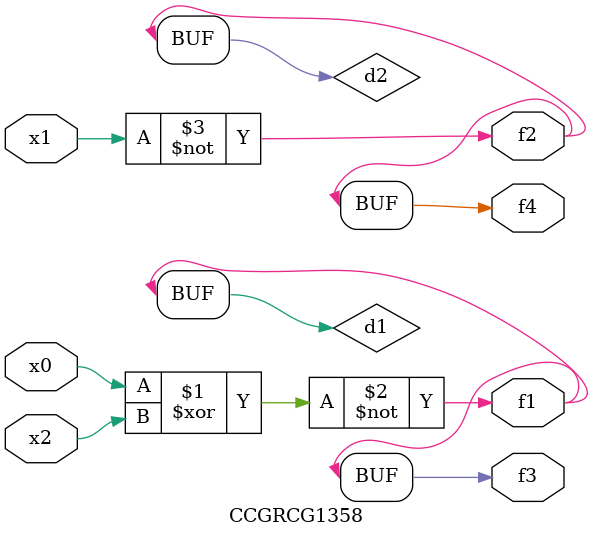
<source format=v>
module CCGRCG1358(
	input x0, x1, x2,
	output f1, f2, f3, f4
);

	wire d1, d2, d3;

	xnor (d1, x0, x2);
	nand (d2, x1);
	nor (d3, x1, x2);
	assign f1 = d1;
	assign f2 = d2;
	assign f3 = d1;
	assign f4 = d2;
endmodule

</source>
